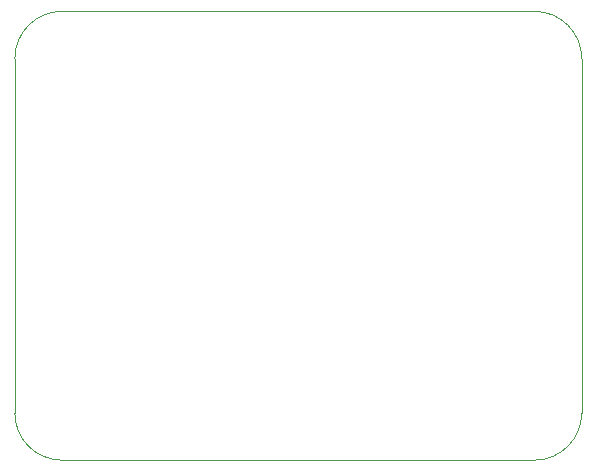
<source format=gbr>
%TF.GenerationSoftware,KiCad,Pcbnew,9.0.6-9.0.6~ubuntu22.04.1*%
%TF.CreationDate,2025-11-05T22:25:10+01:00*%
%TF.ProjectId,FliperKAd,466c6970-6572-44b4-9164-2e6b69636164,rev?*%
%TF.SameCoordinates,Original*%
%TF.FileFunction,Profile,NP*%
%FSLAX46Y46*%
G04 Gerber Fmt 4.6, Leading zero omitted, Abs format (unit mm)*
G04 Created by KiCad (PCBNEW 9.0.6-9.0.6~ubuntu22.04.1) date 2025-11-05 22:25:10*
%MOMM*%
%LPD*%
G01*
G04 APERTURE LIST*
%TA.AperFunction,Profile*%
%ADD10C,0.100000*%
%TD*%
G04 APERTURE END LIST*
D10*
X64000000Y-50000000D02*
G75*
G02*
X60000000Y-54000000I-4000000J0D01*
G01*
X20000000Y-16000000D02*
X60000000Y-16000000D01*
X64000000Y-20000000D02*
X64000000Y-50000000D01*
X16000000Y-50000000D02*
X16000000Y-20000000D01*
X60000000Y-54000000D02*
X20000000Y-54000000D01*
X20000000Y-54000000D02*
G75*
G02*
X16000000Y-50000000I0J4000000D01*
G01*
X60000000Y-16000000D02*
G75*
G02*
X64000000Y-20000000I0J-4000000D01*
G01*
X16000000Y-20000000D02*
G75*
G02*
X20000000Y-16000000I4000000J0D01*
G01*
M02*

</source>
